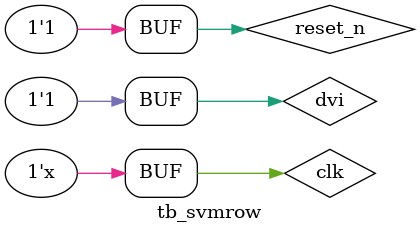
<source format=v>

`timescale 1ns/100ps
module tb_svmrow();

reg clk;
reg reset_n;
reg dvi;
reg [7:0] data;
reg signed [8:0] svcoeff_in;

wire signed [8:0] svcoeff_out;

wire dvo;
wire [7:0] svmres;

parameter BLOCKSIZE = 32;
parameter WPI = 40;
parameter WINCOLS = 8;
parameter WINROWS = 16;

initial begin
	$dumpfile("tb_svmrow.vcd");
	$dumpvars;
	
	$display ("tb_svmrow: svmrow testbench started!");
	
	$display ("tb_svmrow: BLOCKSIZE \t%d", BLOCKSIZE);
	$display ("tb_svmrow: WPI \t%d", WPI);
	$display ("tb_svmrow: WINROWS \t%d", WINROWS);
	
	clk = 0;
	dvi = 0;
	data = 0;
	svcoeff_in = 0;
	reset_n = 1;
	data = 7;

	#1 reset_n = 1'd0;
	#2 reset_n = 1'd1;
	#3 dvi = 1;
		
end

always #1 clk = ~clk;
	
	
//~ always@(posedge clk)
		//~ dvi <= $random;	
	
always@ (posedge clk)
	svcoeff_in <= $random;
	
always@ (posedge clk)
	data <= $random;


svmrow #( 
	.BLOCKSIZE(32),
	.WPI(40),
	.WINCOLS(8),
	.WINROWS(16) )
svmrow_inst(  
.clk(clk),
.reset_n(reset_n),
.data(data),
.dvi_in(dvi),
.svcoeff_in(svcoeff_in),
.svcoeff_out(svcoeff_out),
.svmres(svmres),
.dvo_out(dvo)
);




endmodule


</source>
